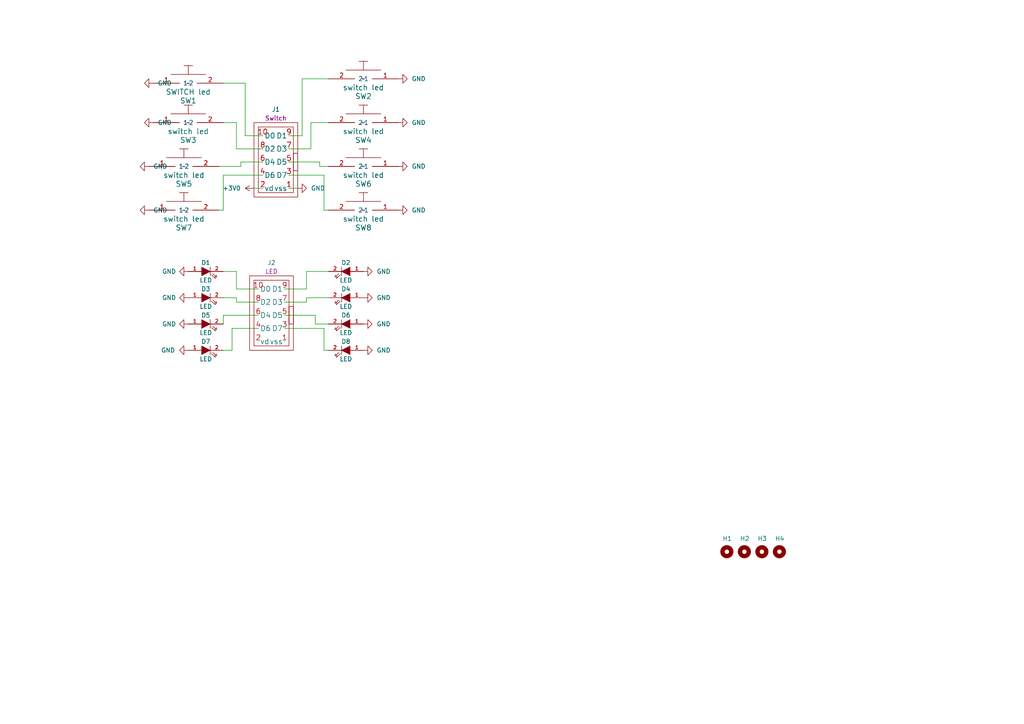
<source format=kicad_sch>
(kicad_sch (version 20211123) (generator eeschema)
  (paper "A4")
  (lib_symbols
    (symbol "Mechanical:MountingHole" (pin_names (offset 1.016))
      (property "Reference" "H" (at 0 5.08 0))
      (property "Value" "MountingHole" (at 0 3.175 0))
      (symbol "MountingHole_0_1"
        (circle (center 0 0) (radius 1.27) (stroke (width 1.27)))
      )
    )
    (symbol "ksir_2023:IDC-Header_2x05_P2.54mm_Vertical"
      (property "Reference" "J?" (at 0 16.51 0))
      (property "Value" "IDC-Header_2x05_P2.54mm_Vertical" (at 0 13.97 0))
      (symbol "IDC-Header_2x05_P2.54mm_Vertical_0_1"
        (rectangle (start -6.35 -10.16) (end 6.35 11.43))
        (rectangle (start -5.08 -8.89) (end 5.08 10.16))
        (rectangle (start 5.08 -2.54) (end 6.35 2.54))
      )
      (symbol "IDC-Header_2x05_P2.54mm_Vertical_1_1"
        (pin passive line (at 3.81 -7.62 180) (length 0) (name "vss") (number "1"))
        (pin passive line (at -3.81 7.62 0) (length 0) (name "D0") (number "10"))
        (pin passive line (at -3.81 -7.62 0) (length 0) (name "vd") (number "2"))
        (pin passive line (at 3.81 -3.81 180) (length 0) (name "D7") (number "3"))
        (pin passive line (at -3.81 -3.81 0) (length 0) (name "D6") (number "4"))
        (pin passive line (at 3.81 0 180) (length 0) (name "D5") (number "5"))
        (pin passive line (at -3.81 0 0) (length 0) (name "D4") (number "6"))
        (pin passive line (at 3.81 3.81 180) (length 0) (name "D3") (number "7"))
        (pin passive line (at -3.81 3.81 0) (length 0) (name "D2") (number "8"))
        (pin passive line (at 3.81 7.62 180) (length 0) (name "D1") (number "9"))
      )
    )
    (symbol "midibox-rescue:LED" (pin_names (offset 1.016) hide)
      (property "Reference" "D" (at 0 2.54 0))
      (property "Value" "LED" (at 0 -2.54 0))
      (symbol "LED_0_1"
        (polyline (pts (xy 1.27 1.27) (xy 1.27 -1.27)))
        (polyline (pts (xy -1.27 1.27) (xy 1.27 0) (xy -1.27 -1.27)) (fill (type outline)))
        (polyline (pts (xy 1.651 -1.016) (xy 2.794 -2.032) (xy 2.667 -1.397)))
        (polyline (pts (xy 2.032 -0.635) (xy 3.175 -1.651) (xy 3.048 -1.016)))
      )
      (symbol "LED_1_1"
        (pin passive line (at -5.08 0 0) (length 3.81) (name "A") (number "1"))
        (pin passive line (at 5.08 0 180) (length 3.81) (name "K") (number "2"))
      )
    )
    (symbol "midibox-rescue:SWITCH_PERSO" (pin_names (offset 1.016))
      (property "Reference" "SW" (at 0 -5.08 0))
      (property "Value" "SWITCH_PERSO" (at 0 -2.54 0))
      (symbol "SWITCH_PERSO_0_1"
        (polyline (pts (xy -5.08 2.54) (xy 5.08 2.54)))
        (polyline (pts (xy -1.27 5.08) (xy 1.27 5.08)))
        (polyline (pts (xy 0 2.54) (xy 0 5.08)))
      )
      (symbol "SWITCH_PERSO_1_1"
        (pin input line (at -10.16 0 0) (length 7.62) (name "1") (number "1"))
        (pin input line (at 10.16 0 180) (length 7.62) (name "2") (number "2"))
      )
    )
    (symbol "power:+3V0" (power) (pin_names (offset 0))
      (property "Value" "+3V0" (at 0 3.556 0))
      (symbol "+3V0_0_1"
        (polyline (pts (xy -0.762 1.27) (xy 0 2.54)))
        (polyline (pts (xy 0 0) (xy 0 2.54)))
        (polyline (pts (xy 0 2.54) (xy 0.762 1.27)))
      )
      (symbol "+3V0_1_1"
        (pin power_in line (at 0 0 90) (length 0) hide (name "+3V0") (number "1"))
      )
    )
    (symbol "power:GND" (power) (pin_names (offset 0))
      (property "Value" "GND" (at 0 -3.81 0))
      (symbol "GND_0_1"
        (polyline (pts (xy 0 0) (xy 0 -1.27) (xy 1.27 -1.27) (xy 0 -2.54) (xy -1.27 -1.27) (xy 0 -1.27)))
      )
      (symbol "GND_1_1"
        (pin power_in line (at 0 0 270) (length 0) hide (name "GND") (number "1"))
      )
    )
  )
  (wire (pts (xy 93.98 95.25) (xy 93.98 101.6)))
  (wire (pts (xy 64.77 78.74) (xy 68.58 78.74)))
  (wire (pts (xy 64.77 91.44) (xy 74.93 91.44)))
  (wire (pts (xy 67.31 95.25) (xy 67.31 101.6)))
  (wire (pts (xy 88.9 86.36) (xy 88.9 87.63)))
  (wire (pts (xy 67.31 101.6) (xy 64.77 101.6)))
  (wire (pts (xy 64.77 50.8) (xy 76.2 50.8)))
  (wire (pts (xy 64.77 60.96) (xy 63.5 60.96)))
  (wire (pts (xy 92.71 48.26) (xy 92.71 46.99)))
  (wire (pts (xy 68.58 83.82) (xy 74.93 83.82)))
  (wire (pts (xy 88.9 87.63) (xy 82.55 87.63)))
  (wire (pts (xy 88.9 78.74) (xy 95.25 78.74)))
  (wire (pts (xy 68.58 87.63) (xy 74.93 87.63)))
  (wire (pts (xy 82.55 95.25) (xy 93.98 95.25)))
  (wire (pts (xy 90.17 43.18) (xy 90.17 35.56)))
  (wire (pts (xy 69.85 46.99) (xy 76.2 46.99)))
  (wire (pts (xy 87.63 22.86) (xy 87.63 39.37)))
  (wire (pts (xy 71.12 24.13) (xy 71.12 39.37)))
  (wire (pts (xy 87.63 39.37) (xy 83.82 39.37)))
  (wire (pts (xy 82.55 83.82) (xy 88.9 83.82)))
  (wire (pts (xy 69.85 48.26) (xy 69.85 46.99)))
  (wire (pts (xy 93.98 50.8) (xy 93.98 60.96)))
  (wire (pts (xy 73.66 54.61) (xy 76.2 54.61)))
  (wire (pts (xy 71.12 39.37) (xy 76.2 39.37)))
  (wire (pts (xy 95.25 86.36) (xy 88.9 86.36)))
  (wire (pts (xy 92.71 46.99) (xy 83.82 46.99)))
  (wire (pts (xy 74.93 95.25) (xy 67.31 95.25)))
  (wire (pts (xy 82.55 91.44) (xy 91.44 91.44)))
  (wire (pts (xy 93.98 101.6) (xy 95.25 101.6)))
  (wire (pts (xy 95.25 22.86) (xy 87.63 22.86)))
  (wire (pts (xy 91.44 91.44) (xy 91.44 93.98)))
  (wire (pts (xy 63.5 48.26) (xy 69.85 48.26)))
  (wire (pts (xy 83.82 43.18) (xy 90.17 43.18)))
  (wire (pts (xy 64.77 50.8) (xy 64.77 60.96)))
  (wire (pts (xy 68.58 86.36) (xy 68.58 87.63)))
  (wire (pts (xy 95.25 48.26) (xy 92.71 48.26)))
  (wire (pts (xy 93.98 60.96) (xy 95.25 60.96)))
  (wire (pts (xy 64.77 91.44) (xy 64.77 93.98)))
  (wire (pts (xy 88.9 83.82) (xy 88.9 78.74)))
  (wire (pts (xy 68.58 78.74) (xy 68.58 83.82)))
  (wire (pts (xy 64.77 86.36) (xy 68.58 86.36)))
  (wire (pts (xy 91.44 93.98) (xy 95.25 93.98)))
  (wire (pts (xy 68.58 43.18) (xy 76.2 43.18)))
  (wire (pts (xy 64.77 24.13) (xy 71.12 24.13)))
  (wire (pts (xy 64.77 35.56) (xy 68.58 35.56)))
  (wire (pts (xy 86.36 54.61) (xy 83.82 54.61)))
  (wire (pts (xy 83.82 50.8) (xy 93.98 50.8)))
  (wire (pts (xy 90.17 35.56) (xy 95.25 35.56)))
  (wire (pts (xy 68.58 35.56) (xy 68.58 43.18)))
  (symbol (lib_id "power:GND") (at 54.61 78.74 270) (unit 1)
    (property "Reference" "#PWR0101" (effects hide))
    (property "Value" "GND" (at 46.99 78.74 90) (effects (justify left)))
  )
  (symbol (lib_id "midibox-rescue:LED") (at 100.33 86.36 0) (mirror y) (unit 1)
    (property "Reference" "D4" (at 100.33 83.82 0))
    (property "Value" "LED" (at 100.33 88.9 0))
    (property "Footprint" "ksir 2022:LED Switch mec" (effects hide))
    (property "Datasheet" "~" (at 100.33 86.36 0) (effects (font (size 1.524 1.524))))
  )
  (symbol (lib_id "power:GND") (at 43.18 60.96 270) (unit 1)
    (property "Reference" "#PWR0115" (effects hide))
    (property "Value" "GND" (at 44.45 60.9599 90) (effects (justify left)))
  )
  (symbol (lib_id "power:GND") (at 86.36 54.61 90) (unit 1)
    (property "Reference" "#PWR0108" (effects hide))
    (property "Value" "GND" (at 90.17 54.6099 90) (effects (justify right)))
  )
  (symbol (lib_id "ksir_2023:IDC-Header_2x05_P2.54mm_Vertical") (at 78.74 91.44 0) (unit 1)
    (property "Reference" "J2" (at 78.74 76.2 0))
    (property "Value" "IDC-Header_2x05_P2.54mm_Vertical" (effects hide))
    (property "Footprint" "Connector_IDC:IDC-Header_2x05_P2.54mm_Vertical" (effects hide))
    (property "Champ4" "LED" (at 78.74 78.74 0))
  )
  (symbol (lib_id "midibox-rescue:SWITCH_PERSO") (at 54.61 24.13 0) (unit 1)
    (property "Reference" "SW1" (at 54.61 29.21 0) (effects (font (size 1.524 1.524))))
    (property "Value" "SWITCH led" (at 54.61 26.67 0) (effects (font (size 1.524 1.524))))
    (property "Footprint" "ksir 2022:switch_led_mec" (effects hide))
    (property "Datasheet" "~" (at 54.61 24.13 0) (effects (font (size 1.524 1.524))))
  )
  (symbol (lib_id "midibox-rescue:SWITCH_PERSO") (at 105.41 60.96 0) (mirror y) (unit 1)
    (property "Reference" "SW8" (at 105.41 66.04 0) (effects (font (size 1.524 1.524))))
    (property "Value" "switch led" (at 105.41 63.5 0) (effects (font (size 1.524 1.524))))
    (property "Footprint" "ksir 2022:switch_led_mec" (effects hide))
    (property "Datasheet" "~" (at 105.41 60.96 0) (effects (font (size 1.524 1.524))))
  )
  (symbol (lib_id "midibox-rescue:LED") (at 100.33 93.98 0) (mirror y) (unit 1)
    (property "Reference" "D6" (at 100.33 91.44 0))
    (property "Value" "LED" (at 100.33 96.52 0))
    (property "Footprint" "ksir 2022:LED Switch mec" (effects hide))
    (property "Datasheet" "~" (at 100.33 93.98 0) (effects (font (size 1.524 1.524))))
  )
  (symbol (lib_id "power:GND") (at 105.41 93.98 90) (unit 1)
    (property "Reference" "#PWR0118" (effects hide))
    (property "Value" "GND" (at 109.22 93.9799 90) (effects (justify right)))
  )
  (symbol (lib_id "midibox-rescue:LED") (at 100.33 101.6 0) (mirror y) (unit 1)
    (property "Reference" "D8" (at 100.33 99.06 0))
    (property "Value" "LED" (at 100.33 104.14 0))
    (property "Footprint" "ksir 2022:LED Switch mec" (effects hide))
    (property "Datasheet" "~" (at 100.33 101.6 0) (effects (font (size 1.524 1.524))))
  )
  (symbol (lib_id "power:GND") (at 105.41 86.36 90) (unit 1)
    (property "Reference" "#PWR0116" (effects hide))
    (property "Value" "GND" (at 109.22 86.3599 90) (effects (justify right)))
  )
  (symbol (lib_id "power:GND") (at 105.41 78.74 90) (unit 1)
    (property "Reference" "#PWR0117" (effects hide))
    (property "Value" "GND" (at 109.22 78.7399 90) (effects (justify right)))
  )
  (symbol (lib_id "midibox-rescue:SWITCH_PERSO") (at 53.34 48.26 0) (unit 1)
    (property "Reference" "SW5" (at 53.34 53.34 0) (effects (font (size 1.524 1.524))))
    (property "Value" "switch led" (at 53.34 50.8 0) (effects (font (size 1.524 1.524))))
    (property "Footprint" "ksir 2022:switch_led_mec" (effects hide))
    (property "Datasheet" "~" (at 53.34 48.26 0) (effects (font (size 1.524 1.524))))
  )
  (symbol (lib_id "Mechanical:MountingHole") (at 215.9 160.02 0) (unit 1)
    (property "Reference" "H2" (at 214.63 156.21 0) (effects (justify left)))
    (property "Value" "MountingHole" (effects hide))
    (property "Footprint" "MountingHole:MountingHole_3.2mm_M3" (effects hide))
  )
  (symbol (lib_id "power:GND") (at 54.61 93.98 270) (unit 1)
    (property "Reference" "#PWR0104" (effects hide))
    (property "Value" "GND" (at 46.99 93.98 90) (effects (justify left)))
  )
  (symbol (lib_id "power:GND") (at 115.57 35.56 90) (unit 1)
    (property "Reference" "#PWR0111" (effects hide))
    (property "Value" "GND" (at 119.38 35.5599 90) (effects (justify right)))
  )
  (symbol (lib_id "Mechanical:MountingHole") (at 220.98 160.02 0) (unit 1)
    (property "Reference" "H3" (at 219.71 156.21 0) (effects (justify left)))
    (property "Value" "MountingHole" (effects hide))
    (property "Footprint" "MountingHole:MountingHole_3.2mm_M3" (effects hide))
  )
  (symbol (lib_id "midibox-rescue:SWITCH_PERSO") (at 53.34 60.96 0) (unit 1)
    (property "Reference" "SW7" (at 53.34 66.04 0) (effects (font (size 1.524 1.524))))
    (property "Value" "switch led" (at 53.34 63.5 0) (effects (font (size 1.524 1.524))))
    (property "Footprint" "ksir 2022:switch_led_mec" (effects hide))
    (property "Datasheet" "~" (at 53.34 60.96 0) (effects (font (size 1.524 1.524))))
  )
  (symbol (lib_id "Mechanical:MountingHole") (at 210.82 160.02 0) (unit 1)
    (property "Reference" "H1" (at 209.55 156.21 0) (effects (justify left)))
    (property "Value" "MountingHole" (effects hide))
    (property "Footprint" "MountingHole:MountingHole_3.2mm_M3" (effects hide))
  )
  (symbol (lib_id "power:GND") (at 54.61 101.6 270) (unit 1)
    (property "Reference" "#PWR0105" (effects hide))
    (property "Value" "GND" (at 50.8 101.5999 90) (effects (justify right)))
  )
  (symbol (lib_id "power:GND") (at 105.41 101.6 90) (unit 1)
    (property "Reference" "#PWR0103" (effects hide))
    (property "Value" "GND" (at 109.22 101.5999 90) (effects (justify right)))
  )
  (symbol (lib_id "power:GND") (at 54.61 86.36 270) (unit 1)
    (property "Reference" "#PWR0102" (effects hide))
    (property "Value" "GND" (at 46.99 86.36 90) (effects (justify left)))
  )
  (symbol (lib_id "power:GND") (at 44.45 24.13 270) (unit 1)
    (property "Reference" "#PWR0113" (effects hide))
    (property "Value" "GND" (at 45.72 24.1299 90) (effects (justify left)))
  )
  (symbol (lib_id "power:GND") (at 115.57 48.26 90) (unit 1)
    (property "Reference" "#PWR0107" (effects hide))
    (property "Value" "GND" (at 119.38 48.2599 90) (effects (justify right)))
  )
  (symbol (lib_id "power:+3V0") (at 73.66 54.61 90) (unit 1)
    (property "Reference" "#PWR0109" (effects hide))
    (property "Value" "+3V0" (at 69.85 54.6099 90) (effects (justify left)))
  )
  (symbol (lib_id "power:GND") (at 44.45 35.56 270) (unit 1)
    (property "Reference" "#PWR0112" (effects hide))
    (property "Value" "GND" (at 45.72 35.5599 90) (effects (justify left)))
  )
  (symbol (lib_id "midibox-rescue:LED") (at 59.69 93.98 0) (unit 1)
    (property "Reference" "D5" (at 59.69 91.44 0))
    (property "Value" "LED" (at 59.69 96.52 0))
    (property "Footprint" "ksir 2022:LED Switch mec" (effects hide))
    (property "Datasheet" "~" (at 59.69 93.98 0) (effects (font (size 1.524 1.524))))
  )
  (symbol (lib_id "midibox-rescue:LED") (at 59.69 101.6 0) (unit 1)
    (property "Reference" "D7" (at 59.69 99.06 0))
    (property "Value" "LED" (at 59.69 104.14 0))
    (property "Footprint" "ksir 2022:LED Switch mec" (effects hide))
    (property "Datasheet" "~" (at 59.69 101.6 0) (effects (font (size 1.524 1.524))))
  )
  (symbol (lib_id "midibox-rescue:SWITCH_PERSO") (at 54.61 35.56 0) (unit 1)
    (property "Reference" "SW3" (at 54.61 40.64 0) (effects (font (size 1.524 1.524))))
    (property "Value" "switch led" (at 54.61 38.1 0) (effects (font (size 1.524 1.524))))
    (property "Footprint" "ksir 2022:switch_led_mec" (effects hide))
    (property "Datasheet" "~" (at 54.61 35.56 0) (effects (font (size 1.524 1.524))))
  )
  (symbol (lib_id "power:GND") (at 115.57 22.86 90) (unit 1)
    (property "Reference" "#PWR0110" (effects hide))
    (property "Value" "GND" (at 119.38 22.8599 90) (effects (justify right)))
  )
  (symbol (lib_id "midibox-rescue:LED") (at 59.69 78.74 0) (unit 1)
    (property "Reference" "D1" (at 59.69 76.2 0))
    (property "Value" "LED" (at 59.69 81.28 0))
    (property "Footprint" "ksir 2022:LED Switch mec" (effects hide))
    (property "Datasheet" "~" (at 59.69 78.74 0) (effects (font (size 1.524 1.524))))
  )
  (symbol (lib_id "power:GND") (at 43.18 48.26 270) (unit 1)
    (property "Reference" "#PWR0114" (effects hide))
    (property "Value" "GND" (at 44.45 48.2599 90) (effects (justify left)))
  )
  (symbol (lib_id "midibox-rescue:LED") (at 100.33 78.74 0) (mirror y) (unit 1)
    (property "Reference" "D2" (at 100.33 76.2 0))
    (property "Value" "LED" (at 100.33 81.28 0))
    (property "Footprint" "ksir 2022:LED Switch mec" (effects hide))
    (property "Datasheet" "~" (at 100.33 78.74 0) (effects (font (size 1.524 1.524))))
  )
  (symbol (lib_id "midibox-rescue:SWITCH_PERSO") (at 105.41 22.86 0) (mirror y) (unit 1)
    (property "Reference" "SW2" (at 105.41 27.94 0) (effects (font (size 1.524 1.524))))
    (property "Value" "switch led" (at 105.41 25.4 0) (effects (font (size 1.524 1.524))))
    (property "Footprint" "ksir 2022:switch_led_mec" (effects hide))
    (property "Datasheet" "~" (at 105.41 22.86 0) (effects (font (size 1.524 1.524))))
  )
  (symbol (lib_id "Mechanical:MountingHole") (at 226.06 160.02 0) (unit 1)
    (property "Reference" "H4" (at 224.79 156.21 0) (effects (justify left)))
    (property "Value" "MountingHole" (effects hide))
    (property "Footprint" "MountingHole:MountingHole_3.2mm_M3" (effects hide))
  )
  (symbol (lib_id "midibox-rescue:LED") (at 59.69 86.36 0) (unit 1)
    (property "Reference" "D3" (at 59.69 83.82 0))
    (property "Value" "LED" (at 59.69 88.9 0))
    (property "Footprint" "ksir 2022:LED Switch mec" (effects hide))
    (property "Datasheet" "~" (at 59.69 86.36 0) (effects (font (size 1.524 1.524))))
  )
  (symbol (lib_id "power:GND") (at 115.57 60.96 90) (unit 1)
    (property "Reference" "#PWR0106" (effects hide))
    (property "Value" "GND" (at 119.38 60.9599 90) (effects (justify right)))
  )
  (symbol (lib_id "midibox-rescue:SWITCH_PERSO") (at 105.41 48.26 0) (mirror y) (unit 1)
    (property "Reference" "SW6" (at 105.41 53.34 0) (effects (font (size 1.524 1.524))))
    (property "Value" "switch led" (at 105.41 50.8 0) (effects (font (size 1.524 1.524))))
    (property "Footprint" "ksir 2022:switch_led_mec" (effects hide))
    (property "Datasheet" "~" (at 105.41 48.26 0) (effects (font (size 1.524 1.524))))
  )
  (symbol (lib_id "ksir_2023:IDC-Header_2x05_P2.54mm_Vertical") (at 80.01 46.99 0) (unit 1)
    (property "Reference" "J1" (at 80.01 31.75 0))
    (property "Value" "IDC-Header_2x05_P2.54mm_Vertical" (effects hide))
    (property "Footprint" "Connector_IDC:IDC-Header_2x05_P2.54mm_Vertical" (effects hide))
    (property "Champ4" "Switch" (at 80.01 34.29 0))
  )
  (symbol (lib_id "midibox-rescue:SWITCH_PERSO") (at 105.41 35.56 0) (mirror y) (unit 1)
    (property "Reference" "SW4" (at 105.41 40.64 0) (effects (font (size 1.524 1.524))))
    (property "Value" "switch led" (at 105.41 38.1 0) (effects (font (size 1.524 1.524))))
    (property "Footprint" "ksir 2022:switch_led_mec" (effects hide))
    (property "Datasheet" "~" (at 105.41 35.56 0) (effects (font (size 1.524 1.524))))
  )
)
</source>
